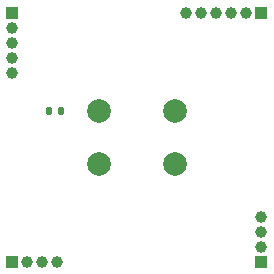
<source format=gbs>
%TF.GenerationSoftware,KiCad,Pcbnew,9.0.5-1.fc42*%
%TF.CreationDate,2025-12-02T21:58:11+01:00*%
%TF.ProjectId,Block-Simple-Switch,426c6f63-6b2d-4536-996d-706c652d5377,rev?*%
%TF.SameCoordinates,Original*%
%TF.FileFunction,Soldermask,Bot*%
%TF.FilePolarity,Negative*%
%FSLAX46Y46*%
G04 Gerber Fmt 4.6, Leading zero omitted, Abs format (unit mm)*
G04 Created by KiCad (PCBNEW 9.0.5-1.fc42) date 2025-12-02 21:58:11*
%MOMM*%
%LPD*%
G01*
G04 APERTURE LIST*
G04 Aperture macros list*
%AMRoundRect*
0 Rectangle with rounded corners*
0 $1 Rounding radius*
0 $2 $3 $4 $5 $6 $7 $8 $9 X,Y pos of 4 corners*
0 Add a 4 corners polygon primitive as box body*
4,1,4,$2,$3,$4,$5,$6,$7,$8,$9,$2,$3,0*
0 Add four circle primitives for the rounded corners*
1,1,$1+$1,$2,$3*
1,1,$1+$1,$4,$5*
1,1,$1+$1,$6,$7*
1,1,$1+$1,$8,$9*
0 Add four rect primitives between the rounded corners*
20,1,$1+$1,$2,$3,$4,$5,0*
20,1,$1+$1,$4,$5,$6,$7,0*
20,1,$1+$1,$6,$7,$8,$9,0*
20,1,$1+$1,$8,$9,$2,$3,0*%
G04 Aperture macros list end*
%ADD10R,1.000000X1.000000*%
%ADD11C,1.000000*%
%ADD12RoundRect,0.135000X-0.135000X-0.185000X0.135000X-0.185000X0.135000X0.185000X-0.135000X0.185000X0*%
%ADD13C,2.000000*%
G04 APERTURE END LIST*
D10*
%TO.C,J1*%
X128525000Y-103125000D03*
D11*
X128525000Y-104395000D03*
X128525000Y-105665000D03*
X128525000Y-106935000D03*
X128525000Y-108205000D03*
%TD*%
D10*
%TO.C,J2*%
X149605000Y-124205000D03*
D11*
X149605000Y-122935000D03*
X149605000Y-121665000D03*
X149605000Y-120395000D03*
%TD*%
D10*
%TO.C,J3*%
X149605000Y-103125000D03*
D11*
X148335000Y-103125000D03*
X147065000Y-103125000D03*
X145795000Y-103125000D03*
X144525000Y-103125000D03*
X143255000Y-103125000D03*
%TD*%
D10*
%TO.C,J4*%
X128525000Y-124205000D03*
D11*
X129795000Y-124205000D03*
X131065000Y-124205000D03*
X132335000Y-124205000D03*
%TD*%
D12*
%TO.C,R1*%
X131595400Y-111415000D03*
X132615400Y-111415000D03*
%TD*%
D13*
%TO.C,SW1*%
X135815000Y-111415000D03*
X142315000Y-111415000D03*
X135815000Y-115915000D03*
X142315000Y-115915000D03*
%TD*%
M02*

</source>
